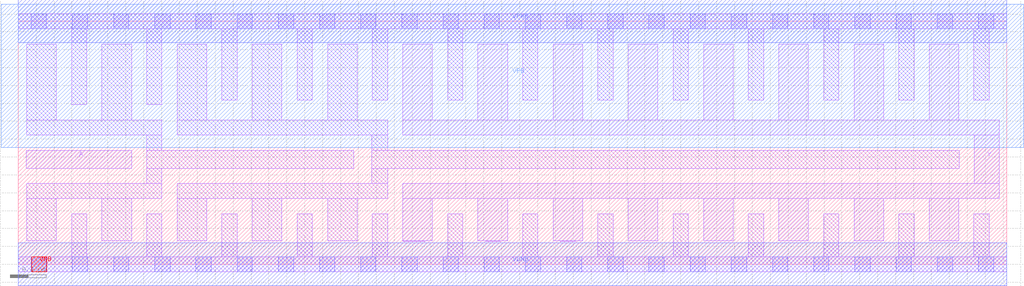
<source format=lef>
# Copyright 2020 The SkyWater PDK Authors
#
# Licensed under the Apache License, Version 2.0 (the "License");
# you may not use this file except in compliance with the License.
# You may obtain a copy of the License at
#
#     https://www.apache.org/licenses/LICENSE-2.0
#
# Unless required by applicable law or agreed to in writing, software
# distributed under the License is distributed on an "AS IS" BASIS,
# WITHOUT WARRANTIES OR CONDITIONS OF ANY KIND, either express or implied.
# See the License for the specific language governing permissions and
# limitations under the License.
#
# SPDX-License-Identifier: Apache-2.0

VERSION 5.7 ;
  NOWIREEXTENSIONATPIN ON ;
  DIVIDERCHAR "/" ;
  BUSBITCHARS "[]" ;
MACRO sky130_fd_sc_hd__bufinv_16
  CLASS CORE ;
  FOREIGN sky130_fd_sc_hd__bufinv_16 ;
  ORIGIN  0.000000  0.000000 ;
  SIZE  11.04000 BY  2.720000 ;
  SYMMETRY X Y R90 ;
  SITE unithd ;
  PIN A
    ANTENNAGATEAREA  0.742500 ;
    DIRECTION INPUT ;
    USE SIGNAL ;
    PORT
      LAYER li1 ;
        RECT 0.090000 1.075000 1.265000 1.275000 ;
    END
  END A
  PIN Y
    ANTENNADIFFAREA  3.564000 ;
    DIRECTION OUTPUT ;
    USE SIGNAL ;
    PORT
      LAYER li1 ;
        RECT  4.295000 0.255000  4.545000 0.260000 ;
        RECT  4.295000 0.260000  4.625000 0.735000 ;
        RECT  4.295000 0.735000 10.955000 0.905000 ;
        RECT  4.295000 1.445000 10.955000 1.615000 ;
        RECT  4.295000 1.615000  4.625000 2.465000 ;
        RECT  5.135000 0.260000  5.465000 0.735000 ;
        RECT  5.135000 1.615000  5.465000 2.465000 ;
        RECT  5.215000 0.255000  5.385000 0.260000 ;
        RECT  5.975000 0.260000  6.305000 0.735000 ;
        RECT  5.975000 1.615000  6.305000 2.465000 ;
        RECT  6.055000 0.255000  6.225000 0.260000 ;
        RECT  6.815000 0.260000  7.145000 0.735000 ;
        RECT  6.815000 1.615000  7.145000 2.465000 ;
        RECT  7.655000 0.260000  7.985000 0.735000 ;
        RECT  7.655000 1.615000  7.985000 2.465000 ;
        RECT  8.495000 0.260000  8.825000 0.735000 ;
        RECT  8.495000 1.615000  8.825000 2.465000 ;
        RECT  9.335000 0.260000  9.665000 0.735000 ;
        RECT  9.335000 1.615000  9.665000 2.465000 ;
        RECT 10.175000 0.260000 10.505000 0.735000 ;
        RECT 10.175000 1.615000 10.505000 2.465000 ;
        RECT 10.680000 0.905000 10.955000 1.445000 ;
    END
  END Y
  PIN VGND
    DIRECTION INOUT ;
    SHAPE ABUTMENT ;
    USE GROUND ;
    PORT
      LAYER met1 ;
        RECT 0.000000 -0.240000 11.040000 0.240000 ;
    END
  END VGND
  PIN VNB
    DIRECTION INOUT ;
    USE GROUND ;
    PORT
      LAYER pwell ;
        RECT 0.150000 -0.085000 0.320000 0.085000 ;
    END
  END VNB
  PIN VPB
    DIRECTION INOUT ;
    USE POWER ;
    PORT
      LAYER nwell ;
        RECT -0.190000 1.305000 11.230000 2.910000 ;
    END
  END VPB
  PIN VPWR
    DIRECTION INOUT ;
    SHAPE ABUTMENT ;
    USE POWER ;
    PORT
      LAYER met1 ;
        RECT 0.000000 2.480000 11.040000 2.960000 ;
    END
  END VPWR
  OBS
    LAYER li1 ;
      RECT  0.000000 -0.085000 11.040000 0.085000 ;
      RECT  0.000000  2.635000 11.040000 2.805000 ;
      RECT  0.095000  0.260000  0.425000 0.735000 ;
      RECT  0.095000  0.735000  1.605000 0.905000 ;
      RECT  0.095000  1.445000  1.605000 1.615000 ;
      RECT  0.095000  1.615000  0.425000 2.465000 ;
      RECT  0.595000  0.085000  0.765000 0.565000 ;
      RECT  0.595000  1.785000  0.765000 2.635000 ;
      RECT  0.935000  0.260000  1.265000 0.735000 ;
      RECT  0.935000  1.615000  1.265000 2.465000 ;
      RECT  1.435000  0.085000  1.605000 0.565000 ;
      RECT  1.435000  0.905000  1.605000 1.075000 ;
      RECT  1.435000  1.075000  3.745000 1.275000 ;
      RECT  1.435000  1.275000  1.605000 1.445000 ;
      RECT  1.435000  1.785000  1.605000 2.635000 ;
      RECT  1.775000  0.260000  2.105000 0.735000 ;
      RECT  1.775000  0.735000  4.125000 0.905000 ;
      RECT  1.775000  1.445000  4.125000 1.615000 ;
      RECT  1.775000  1.615000  2.105000 2.465000 ;
      RECT  2.275000  0.085000  2.445000 0.565000 ;
      RECT  2.275000  1.835000  2.445000 2.635000 ;
      RECT  2.615000  0.260000  2.945000 0.735000 ;
      RECT  2.615000  1.615000  2.945000 2.465000 ;
      RECT  3.115000  0.085000  3.285000 0.565000 ;
      RECT  3.115000  1.835000  3.285000 2.635000 ;
      RECT  3.455000  0.260000  3.785000 0.735000 ;
      RECT  3.455000  1.615000  3.785000 2.465000 ;
      RECT  3.950000  0.905000  4.125000 1.075000 ;
      RECT  3.950000  1.075000 10.510000 1.275000 ;
      RECT  3.950000  1.275000  4.125000 1.445000 ;
      RECT  3.955000  0.085000  4.125000 0.565000 ;
      RECT  3.955000  1.835000  4.125000 2.635000 ;
      RECT  4.795000  0.085000  4.965000 0.565000 ;
      RECT  4.795000  1.835000  4.965000 2.635000 ;
      RECT  5.635000  0.085000  5.805000 0.565000 ;
      RECT  5.635000  1.835000  5.805000 2.635000 ;
      RECT  6.475000  0.085000  6.645000 0.565000 ;
      RECT  6.475000  1.835000  6.645000 2.635000 ;
      RECT  7.315000  0.085000  7.485000 0.565000 ;
      RECT  7.315000  1.835000  7.485000 2.635000 ;
      RECT  8.155000  0.085000  8.325000 0.565000 ;
      RECT  8.155000  1.835000  8.325000 2.635000 ;
      RECT  8.995000  0.085000  9.165000 0.565000 ;
      RECT  8.995000  1.835000  9.165000 2.635000 ;
      RECT  9.835000  0.085000 10.005000 0.565000 ;
      RECT  9.835000  1.835000 10.005000 2.635000 ;
      RECT 10.675000  0.085000 10.845000 0.565000 ;
      RECT 10.675000  1.835000 10.845000 2.635000 ;
    LAYER mcon ;
      RECT  0.145000 -0.085000  0.315000 0.085000 ;
      RECT  0.145000  2.635000  0.315000 2.805000 ;
      RECT  0.605000 -0.085000  0.775000 0.085000 ;
      RECT  0.605000  2.635000  0.775000 2.805000 ;
      RECT  1.065000 -0.085000  1.235000 0.085000 ;
      RECT  1.065000  2.635000  1.235000 2.805000 ;
      RECT  1.525000 -0.085000  1.695000 0.085000 ;
      RECT  1.525000  2.635000  1.695000 2.805000 ;
      RECT  1.985000 -0.085000  2.155000 0.085000 ;
      RECT  1.985000  2.635000  2.155000 2.805000 ;
      RECT  2.445000 -0.085000  2.615000 0.085000 ;
      RECT  2.445000  2.635000  2.615000 2.805000 ;
      RECT  2.905000 -0.085000  3.075000 0.085000 ;
      RECT  2.905000  2.635000  3.075000 2.805000 ;
      RECT  3.365000 -0.085000  3.535000 0.085000 ;
      RECT  3.365000  2.635000  3.535000 2.805000 ;
      RECT  3.825000 -0.085000  3.995000 0.085000 ;
      RECT  3.825000  2.635000  3.995000 2.805000 ;
      RECT  4.285000 -0.085000  4.455000 0.085000 ;
      RECT  4.285000  2.635000  4.455000 2.805000 ;
      RECT  4.745000 -0.085000  4.915000 0.085000 ;
      RECT  4.745000  2.635000  4.915000 2.805000 ;
      RECT  5.205000 -0.085000  5.375000 0.085000 ;
      RECT  5.205000  2.635000  5.375000 2.805000 ;
      RECT  5.665000 -0.085000  5.835000 0.085000 ;
      RECT  5.665000  2.635000  5.835000 2.805000 ;
      RECT  6.125000 -0.085000  6.295000 0.085000 ;
      RECT  6.125000  2.635000  6.295000 2.805000 ;
      RECT  6.585000 -0.085000  6.755000 0.085000 ;
      RECT  6.585000  2.635000  6.755000 2.805000 ;
      RECT  7.045000 -0.085000  7.215000 0.085000 ;
      RECT  7.045000  2.635000  7.215000 2.805000 ;
      RECT  7.505000 -0.085000  7.675000 0.085000 ;
      RECT  7.505000  2.635000  7.675000 2.805000 ;
      RECT  7.965000 -0.085000  8.135000 0.085000 ;
      RECT  7.965000  2.635000  8.135000 2.805000 ;
      RECT  8.425000 -0.085000  8.595000 0.085000 ;
      RECT  8.425000  2.635000  8.595000 2.805000 ;
      RECT  8.885000 -0.085000  9.055000 0.085000 ;
      RECT  8.885000  2.635000  9.055000 2.805000 ;
      RECT  9.345000 -0.085000  9.515000 0.085000 ;
      RECT  9.345000  2.635000  9.515000 2.805000 ;
      RECT  9.805000 -0.085000  9.975000 0.085000 ;
      RECT  9.805000  2.635000  9.975000 2.805000 ;
      RECT 10.265000 -0.085000 10.435000 0.085000 ;
      RECT 10.265000  2.635000 10.435000 2.805000 ;
      RECT 10.725000 -0.085000 10.895000 0.085000 ;
      RECT 10.725000  2.635000 10.895000 2.805000 ;
  END
END sky130_fd_sc_hd__bufinv_16
END LIBRARY

</source>
